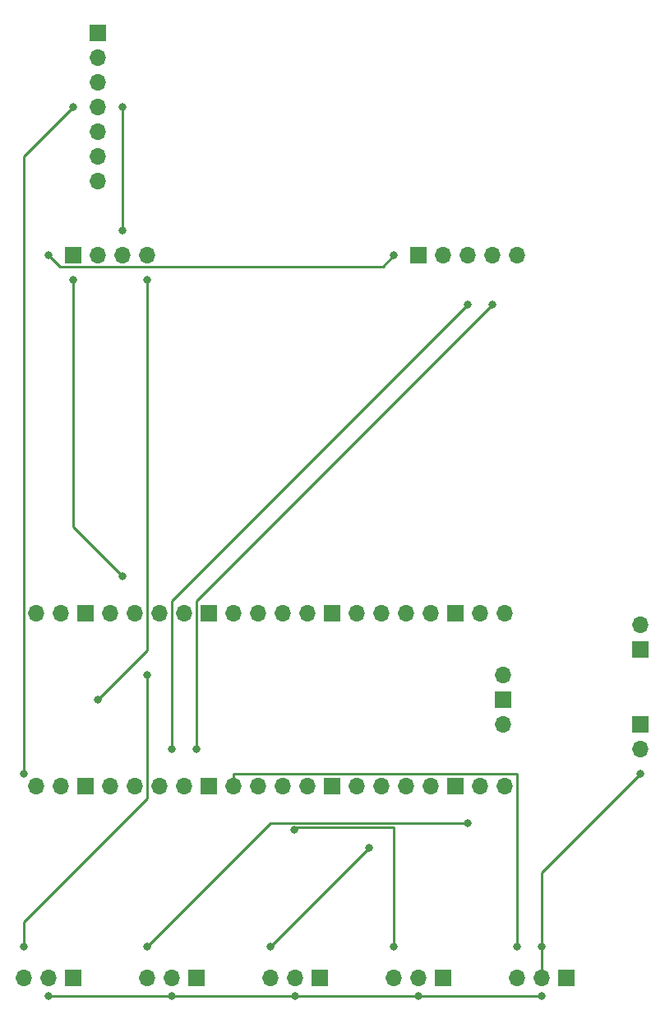
<source format=gbr>
%TF.GenerationSoftware,KiCad,Pcbnew,(6.0.7)*%
%TF.CreationDate,2022-08-23T02:17:12-04:00*%
%TF.ProjectId,PicoPilot,5069636f-5069-46c6-9f74-2e6b69636164,rev?*%
%TF.SameCoordinates,Original*%
%TF.FileFunction,Copper,L2,Bot*%
%TF.FilePolarity,Positive*%
%FSLAX46Y46*%
G04 Gerber Fmt 4.6, Leading zero omitted, Abs format (unit mm)*
G04 Created by KiCad (PCBNEW (6.0.7)) date 2022-08-23 02:17:12*
%MOMM*%
%LPD*%
G01*
G04 APERTURE LIST*
%TA.AperFunction,ComponentPad*%
%ADD10O,1.700000X1.700000*%
%TD*%
%TA.AperFunction,ComponentPad*%
%ADD11R,1.700000X1.700000*%
%TD*%
%TA.AperFunction,ViaPad*%
%ADD12C,0.800000*%
%TD*%
%TA.AperFunction,Conductor*%
%ADD13C,0.250000*%
%TD*%
G04 APERTURE END LIST*
D10*
%TO.P,P5,3,Pin_3*%
%TO.N,PWM5*%
X116825000Y-145485000D03*
%TO.P,P5,2,Pin_2*%
%TO.N,5v5*%
X119365000Y-145485000D03*
D11*
%TO.P,P5,1,Pin_1*%
%TO.N,GND*%
X121905000Y-145485000D03*
%TD*%
D10*
%TO.P,P4,3,Pin_3*%
%TO.N,PWM4*%
X129525000Y-145485000D03*
%TO.P,P4,2,Pin_2*%
%TO.N,5v5*%
X132065000Y-145485000D03*
D11*
%TO.P,P4,1,Pin_1*%
%TO.N,GND*%
X134605000Y-145485000D03*
%TD*%
D10*
%TO.P,P3,3,Pin_3*%
%TO.N,PWM3*%
X142240000Y-145485000D03*
%TO.P,P3,2,Pin_2*%
%TO.N,5v5*%
X144780000Y-145485000D03*
D11*
%TO.P,P3,1,Pin_1*%
%TO.N,GND*%
X147320000Y-145485000D03*
%TD*%
D10*
%TO.P,P2,3,Pin_3*%
%TO.N,PWM2*%
X154925000Y-145485000D03*
%TO.P,P2,2,Pin_2*%
%TO.N,5v5*%
X157465000Y-145485000D03*
D11*
%TO.P,P2,1,Pin_1*%
%TO.N,GND*%
X160005000Y-145485000D03*
%TD*%
D10*
%TO.P,P1,3,Pin_3*%
%TO.N,PWM1*%
X167625000Y-145485000D03*
%TO.P,P1,2,Pin_2*%
%TO.N,5v5*%
X170165000Y-145485000D03*
D11*
%TO.P,P1,1,Pin_1*%
%TO.N,GND*%
X172705000Y-145485000D03*
%TD*%
D10*
%TO.P,U1,1,GPIO0*%
%TO.N,SDA*%
X118110000Y-125730000D03*
%TO.P,U1,2,GPIO1*%
%TO.N,SDC*%
X120650000Y-125730000D03*
D11*
%TO.P,U1,3,GND*%
%TO.N,unconnected-(U1-Pad3)*%
X123190000Y-125730000D03*
D10*
%TO.P,U1,4,GPIO2*%
%TO.N,unconnected-(U1-Pad4)*%
X125730000Y-125730000D03*
%TO.P,U1,5,GPIO3*%
%TO.N,unconnected-(U1-Pad5)*%
X128270000Y-125730000D03*
%TO.P,U1,6,GPIO4*%
%TO.N,UART1 TX*%
X130810000Y-125730000D03*
%TO.P,U1,7,GPIO5*%
%TO.N,UART1 RX*%
X133350000Y-125730000D03*
D11*
%TO.P,U1,8,GND*%
%TO.N,unconnected-(U1-Pad8)*%
X135890000Y-125730000D03*
D10*
%TO.P,U1,9,GPIO6*%
%TO.N,PWM1*%
X138430000Y-125730000D03*
%TO.P,U1,10,GPIO7*%
%TO.N,unconnected-(U1-Pad10)*%
X140970000Y-125730000D03*
%TO.P,U1,11,GPIO8*%
%TO.N,PWM2*%
X143510000Y-125730000D03*
%TO.P,U1,12,GPIO9*%
%TO.N,unconnected-(U1-Pad12)*%
X146050000Y-125730000D03*
D11*
%TO.P,U1,13,GND*%
%TO.N,unconnected-(U1-Pad13)*%
X148590000Y-125730000D03*
D10*
%TO.P,U1,14,GPIO10*%
%TO.N,PWM3*%
X151130000Y-125730000D03*
%TO.P,U1,15,GPIO11*%
%TO.N,unconnected-(U1-Pad15)*%
X153670000Y-125730000D03*
%TO.P,U1,16,GPIO12*%
%TO.N,UART0 TX*%
X156210000Y-125730000D03*
%TO.P,U1,17,GPIO13*%
%TO.N,UART0 RX*%
X158750000Y-125730000D03*
D11*
%TO.P,U1,18,GND*%
%TO.N,unconnected-(U1-Pad18)*%
X161290000Y-125730000D03*
D10*
%TO.P,U1,19,GPIO14*%
%TO.N,PWM4*%
X163830000Y-125730000D03*
%TO.P,U1,20,GPIO15*%
%TO.N,unconnected-(U1-Pad20)*%
X166370000Y-125730000D03*
%TO.P,U1,21,GPIO16*%
%TO.N,unconnected-(U1-Pad21)*%
X166370000Y-107950000D03*
%TO.P,U1,22,GPIO17*%
%TO.N,unconnected-(U1-Pad22)*%
X163830000Y-107950000D03*
D11*
%TO.P,U1,23,GND*%
%TO.N,unconnected-(U1-Pad23)*%
X161290000Y-107950000D03*
D10*
%TO.P,U1,24,GPIO18*%
%TO.N,unconnected-(U1-Pad24)*%
X158750000Y-107950000D03*
%TO.P,U1,25,GPIO19*%
%TO.N,unconnected-(U1-Pad25)*%
X156210000Y-107950000D03*
%TO.P,U1,26,GPIO20*%
%TO.N,unconnected-(U1-Pad26)*%
X153670000Y-107950000D03*
%TO.P,U1,27,GPIO21*%
%TO.N,unconnected-(U1-Pad27)*%
X151130000Y-107950000D03*
D11*
%TO.P,U1,28,GND*%
%TO.N,unconnected-(U1-Pad28)*%
X148590000Y-107950000D03*
D10*
%TO.P,U1,29,GPIO22*%
%TO.N,unconnected-(U1-Pad29)*%
X146050000Y-107950000D03*
%TO.P,U1,30,RUN*%
%TO.N,unconnected-(U1-Pad30)*%
X143510000Y-107950000D03*
%TO.P,U1,31,GPIO26_ADC0*%
%TO.N,PWM5*%
X140970000Y-107950000D03*
%TO.P,U1,32,GPIO27_ADC1*%
%TO.N,unconnected-(U1-Pad32)*%
X138430000Y-107950000D03*
D11*
%TO.P,U1,33,AGND*%
%TO.N,unconnected-(U1-Pad33)*%
X135890000Y-107950000D03*
D10*
%TO.P,U1,34,GPIO28_ADC2*%
%TO.N,unconnected-(U1-Pad34)*%
X133350000Y-107950000D03*
%TO.P,U1,35,ADC_VREF*%
%TO.N,unconnected-(U1-Pad35)*%
X130810000Y-107950000D03*
%TO.P,U1,36,3V3*%
%TO.N,3v3*%
X128270000Y-107950000D03*
%TO.P,U1,37,3V3_EN*%
%TO.N,unconnected-(U1-Pad37)*%
X125730000Y-107950000D03*
D11*
%TO.P,U1,38,GND*%
%TO.N,GND*%
X123190000Y-107950000D03*
D10*
%TO.P,U1,39,VSYS*%
%TO.N,unconnected-(U1-Pad39)*%
X120650000Y-107950000D03*
%TO.P,U1,40,VBUS*%
%TO.N,unconnected-(U1-Pad40)*%
X118110000Y-107950000D03*
%TO.P,U1,41,SWCLK*%
%TO.N,unconnected-(U1-Pad41)*%
X166140000Y-119380000D03*
D11*
%TO.P,U1,42,GND*%
%TO.N,unconnected-(U1-Pad42)*%
X166140000Y-116840000D03*
D10*
%TO.P,U1,43,SWDIO*%
%TO.N,unconnected-(U1-Pad43)*%
X166140000Y-114300000D03*
%TD*%
D11*
%TO.P,P6,1,Pin_1*%
%TO.N,5v5*%
X180340000Y-119380000D03*
D10*
%TO.P,P6,2,Pin_2*%
%TO.N,GND*%
X180340000Y-121920000D03*
%TD*%
D11*
%TO.P,J7,1,Pin_1*%
%TO.N,3v3*%
X124460000Y-48260000D03*
D10*
%TO.P,J7,2,Pin_2*%
%TO.N,GND*%
X124460000Y-50800000D03*
%TO.P,J7,3,Pin_3*%
%TO.N,SDC*%
X124460000Y-53340000D03*
%TO.P,J7,4,Pin_4*%
%TO.N,SDA*%
X124460000Y-55880000D03*
%TO.P,J7,5,Pin_5*%
%TO.N,unconnected-(J7-Pad5)*%
X124460000Y-58420000D03*
%TO.P,J7,6,Pin_6*%
%TO.N,unconnected-(J7-Pad6)*%
X124460000Y-60960000D03*
%TO.P,J7,7,Pin_7*%
%TO.N,unconnected-(J7-Pad7)*%
X124460000Y-63500000D03*
%TD*%
D11*
%TO.P,J5,1,Pin_1*%
%TO.N,3v3*%
X157480000Y-71120000D03*
D10*
%TO.P,J5,2,Pin_2*%
%TO.N,GND*%
X160020000Y-71120000D03*
%TO.P,J5,3,Pin_3*%
%TO.N,UART1 TX*%
X162560000Y-71120000D03*
%TO.P,J5,4,Pin_4*%
%TO.N,UART1 RX*%
X165100000Y-71120000D03*
%TO.P,J5,5,Pin_5*%
%TO.N,unconnected-(J5-Pad5)*%
X167640000Y-71120000D03*
%TD*%
D11*
%TO.P,J4,1,Pin_1*%
%TO.N,3v3*%
X121920000Y-71120000D03*
D10*
%TO.P,J4,2,Pin_2*%
%TO.N,GND*%
X124460000Y-71120000D03*
%TO.P,J4,3,Pin_3*%
%TO.N,SDC*%
X127000000Y-71120000D03*
%TO.P,J4,4,Pin_4*%
%TO.N,SDA*%
X129540000Y-71120000D03*
%TD*%
%TO.P,J2,2,Pin_2*%
%TO.N,UART0 TX*%
X180340000Y-109160000D03*
D11*
%TO.P,J2,1,Pin_1*%
%TO.N,UART0 RX*%
X180340000Y-111700000D03*
%TD*%
D12*
%TO.N,PWM2*%
X144693804Y-130264500D03*
%TO.N,5v5*%
X170180000Y-147320000D03*
X119380000Y-147320000D03*
X132080000Y-147320000D03*
X144780000Y-147320000D03*
X157480000Y-147320000D03*
%TO.N,PWM2*%
X154940000Y-142240000D03*
%TO.N,5v5*%
X180340000Y-124460000D03*
X170180000Y-142240000D03*
%TO.N,PWM1*%
X167640000Y-142240000D03*
%TO.N,PWM3*%
X142240000Y-142240000D03*
%TO.N,PWM4*%
X129540000Y-142240000D03*
%TO.N,PWM5*%
X116840000Y-142240000D03*
%TO.N,SDC*%
X124460000Y-116840000D03*
X129540000Y-73660000D03*
X127000000Y-68580000D03*
X127000000Y-55880000D03*
%TO.N,SDA*%
X121920000Y-55880000D03*
X116840000Y-124460000D03*
%TO.N,3v3*%
X154940000Y-71120000D03*
X119380000Y-71120000D03*
X121920000Y-73660000D03*
X127000000Y-104140000D03*
%TO.N,PWM4*%
X162560000Y-129540000D03*
%TO.N,PWM3*%
X152400000Y-132080000D03*
%TO.N,PWM5*%
X129540000Y-114300000D03*
%TO.N,UART1 TX*%
X162560000Y-76200000D03*
X132080000Y-121920000D03*
%TO.N,UART1 RX*%
X165100000Y-76200000D03*
X134620000Y-121920000D03*
%TD*%
D13*
%TO.N,5v5*%
X170180000Y-134620000D02*
X170180000Y-142240000D01*
X180340000Y-124460000D02*
X170180000Y-134620000D01*
%TO.N,PWM2*%
X144693804Y-130264500D02*
X144968304Y-129990000D01*
X144968304Y-129990000D02*
X154940000Y-129990000D01*
X154940000Y-129990000D02*
X154940000Y-142240000D01*
X144693804Y-130076196D02*
X144780000Y-129990000D01*
%TO.N,PWM5*%
X129540000Y-127019729D02*
X116840000Y-139719729D01*
X129540000Y-114300000D02*
X129540000Y-127019729D01*
X116840000Y-139719729D02*
X116840000Y-142240000D01*
%TO.N,PWM4*%
X142240000Y-129540000D02*
X162560000Y-129540000D01*
X129540000Y-142240000D02*
X142240000Y-129540000D01*
%TO.N,PWM1*%
X167640000Y-142240000D02*
X167640000Y-124460000D01*
X138430000Y-124460000D02*
X138430000Y-125730000D01*
X167640000Y-124460000D02*
X138430000Y-124460000D01*
%TO.N,5v5*%
X170180000Y-147320000D02*
X157480000Y-147320000D01*
X132080000Y-147320000D02*
X119380000Y-147320000D01*
X144780000Y-147320000D02*
X132080000Y-147320000D01*
X157480000Y-147320000D02*
X144780000Y-147320000D01*
X170180000Y-142240000D02*
X170180000Y-145461444D01*
%TO.N,PWM3*%
X149860000Y-134620000D02*
X142240000Y-142240000D01*
%TO.N,SDC*%
X129540000Y-111760000D02*
X124460000Y-116840000D01*
X129540000Y-73660000D02*
X129540000Y-111760000D01*
X127000000Y-55880000D02*
X127000000Y-68580000D01*
%TO.N,SDA*%
X116840000Y-60960000D02*
X121920000Y-55880000D01*
X116840000Y-124460000D02*
X116840000Y-60960000D01*
%TO.N,3v3*%
X153765000Y-72295000D02*
X154940000Y-71120000D01*
X120555000Y-72295000D02*
X153765000Y-72295000D01*
X119380000Y-71120000D02*
X120555000Y-72295000D01*
X121920000Y-99060000D02*
X121920000Y-73660000D01*
X127000000Y-104140000D02*
X121920000Y-99060000D01*
%TO.N,PWM3*%
X149860000Y-134620000D02*
X152400000Y-132080000D01*
%TO.N,UART1 TX*%
X132080000Y-106680000D02*
X162560000Y-76200000D01*
X132080000Y-121920000D02*
X132080000Y-106680000D01*
%TO.N,UART1 RX*%
X134620000Y-106680000D02*
X134620000Y-121920000D01*
X165100000Y-76200000D02*
X134620000Y-106680000D01*
%TD*%
M02*

</source>
